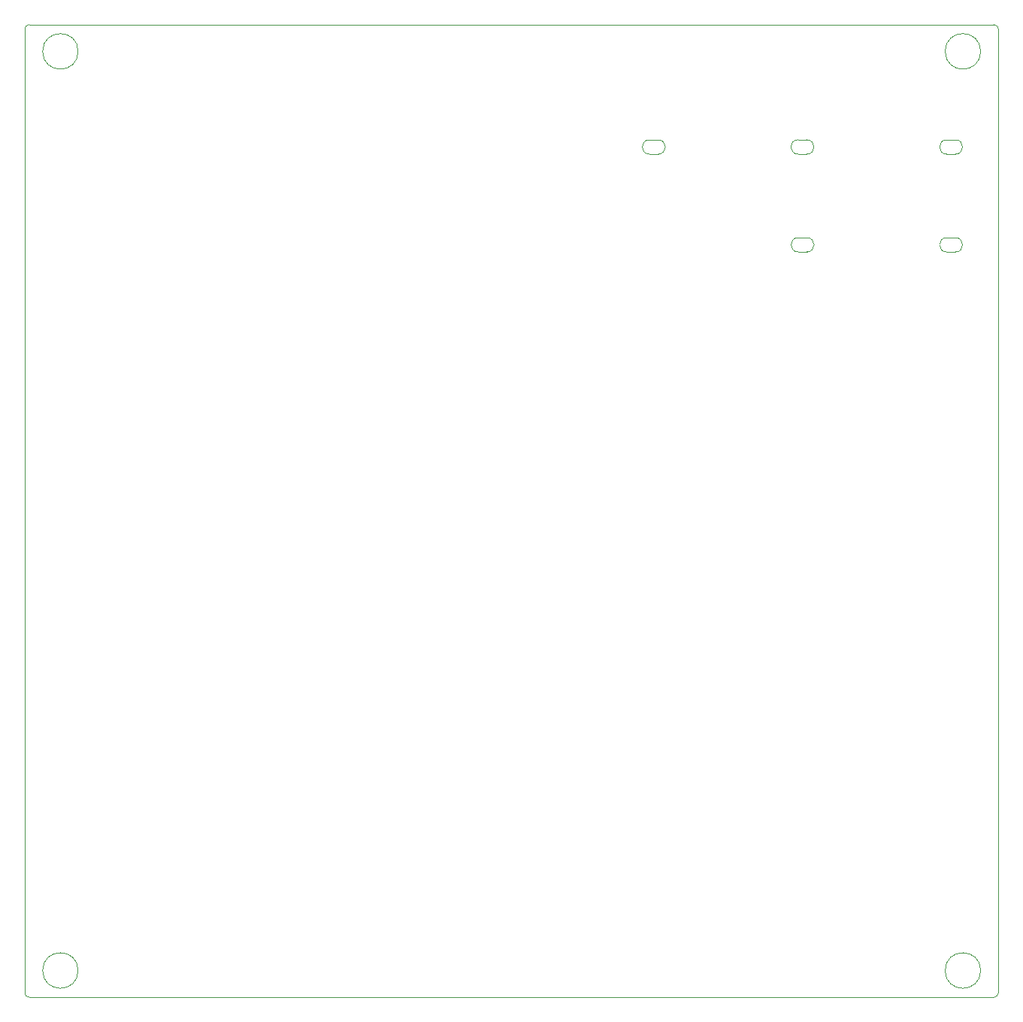
<source format=gbr>
%TF.GenerationSoftware,KiCad,Pcbnew,7.0.2*%
%TF.CreationDate,2023-07-16T23:26:32-06:00*%
%TF.ProjectId,dc31,64633331-2e6b-4696-9361-645f70636258,rev?*%
%TF.SameCoordinates,Original*%
%TF.FileFunction,Profile,NP*%
%FSLAX46Y46*%
G04 Gerber Fmt 4.6, Leading zero omitted, Abs format (unit mm)*
G04 Created by KiCad (PCBNEW 7.0.2) date 2023-07-16 23:26:32*
%MOMM*%
%LPD*%
G01*
G04 APERTURE LIST*
%TA.AperFunction,Profile*%
%ADD10C,0.100000*%
%TD*%
%TA.AperFunction,Profile*%
%ADD11C,0.050000*%
%TD*%
%TA.AperFunction,Profile*%
%ADD12C,0.010000*%
%TD*%
G04 APERTURE END LIST*
D10*
X97313554Y-41353554D02*
X97313554Y-149846446D01*
X206486446Y-40853554D02*
X97813554Y-40853554D01*
X206986446Y-149846446D02*
X206986446Y-41353554D01*
X97813554Y-150346446D02*
X206486446Y-150346446D01*
X97313554Y-149846446D02*
G75*
G03*
X97813554Y-150346446I499998J-2D01*
G01*
X97813554Y-40853554D02*
G75*
G03*
X97313554Y-41353554I-2J-499998D01*
G01*
X206986446Y-41353554D02*
G75*
G03*
X206486446Y-40853554I-499998J2D01*
G01*
X206486446Y-150346446D02*
G75*
G03*
X206986446Y-149846446I1J499999D01*
G01*
D11*
X103320000Y-147340000D02*
G75*
G03*
X103320000Y-147340000I-2000000J0D01*
G01*
X204980000Y-147340000D02*
G75*
G03*
X204980000Y-147340000I-2000000J0D01*
G01*
X103320000Y-43860000D02*
G75*
G03*
X103320000Y-43860000I-2000000J0D01*
G01*
X204980000Y-43860000D02*
G75*
G03*
X204980000Y-43860000I-2000000J0D01*
G01*
D12*
%TO.C,J6*%
X184415895Y-66430000D02*
X185415895Y-66430000D01*
X185415895Y-64830000D02*
X184415895Y-64830000D01*
X184415895Y-64830000D02*
G75*
G03*
X184415895Y-66430000I0J-800000D01*
G01*
X185415895Y-66430000D02*
G75*
G03*
X185415895Y-64830000I0J800000D01*
G01*
%TO.C,J2*%
X201150000Y-66440000D02*
X202150000Y-66440000D01*
X202150000Y-64840000D02*
X201150000Y-64840000D01*
X201150000Y-64840000D02*
G75*
G03*
X201150000Y-66440000I0J-800000D01*
G01*
X202150000Y-66440000D02*
G75*
G03*
X202150000Y-64840000I0J800000D01*
G01*
%TO.C,J8*%
X167661790Y-55420000D02*
X168661790Y-55420000D01*
X168661790Y-53820000D02*
X167661790Y-53820000D01*
X167661790Y-53820000D02*
G75*
G03*
X167661790Y-55420000I0J-800000D01*
G01*
X168661790Y-55420000D02*
G75*
G03*
X168661790Y-53820000I0J800000D01*
G01*
%TO.C,J5*%
X184405895Y-55420000D02*
X185405895Y-55420000D01*
X185405895Y-53820000D02*
X184405895Y-53820000D01*
X184405895Y-53820000D02*
G75*
G03*
X184405895Y-55420000I0J-800000D01*
G01*
X185405895Y-55420000D02*
G75*
G03*
X185405895Y-53820000I0J800000D01*
G01*
%TO.C,J4*%
X201150000Y-55420000D02*
X202150000Y-55420000D01*
X202150000Y-53820000D02*
X201150000Y-53820000D01*
X201150000Y-53820000D02*
G75*
G03*
X201150000Y-55420000I0J-800000D01*
G01*
X202150000Y-55420000D02*
G75*
G03*
X202150000Y-53820000I0J800000D01*
G01*
%TD*%
M02*

</source>
